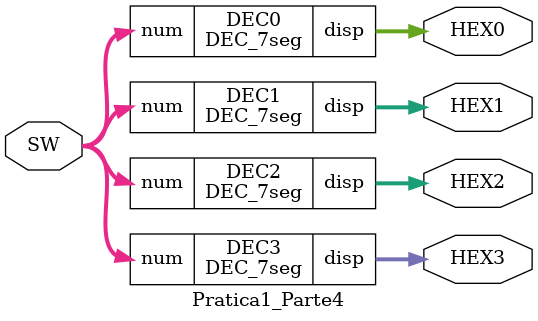
<source format=v>
module DEC_7seg (num, disp);
	input [2:0] num;
	output [7:0] disp;
	
	
	assign disp[0]= ~(~num[0]&~num[1]&~num[2] | num[0]&~num[1]&~num[2]);
	assign disp[1]= ~(~num[2]);
	assign disp[2]= ~(~num[2]);
	assign disp[3]= ~(num[0]&~num[1]&~num[2] | ~num[0]&num[1]&~num[2] | num[0]&num[1]&~num[2]);
	assign disp[4]= ~(~num[0]&~num[1]&~num[2] | num[0]&num[1]&~num[2]);
	assign disp[5]= ~(~num[0]&~num[1]&~num[2] | num[0]&num[1]&~num[2]);
	assign disp[6]= ~(num[0]&~num[1]&~num[2] | num[0]&num[1]&~num[2]);

endmodule


module Pratica1_Parte4 (SW,HEX0,HEX1,HEX2,HEX3);
	input [2:0] SW;
	output [7:0] HEX0,HEX1,HEX2,HEX3;
	
	DEC_7seg DEC3 ({2'b0,SW[2:0]},HEX3);
	DEC_7seg DEC2 ({2'b0,SW[2:0]},HEX2);
	DEC_7seg DEC1 ({2'b0,SW[2:0]},HEX1);
	DEC_7seg DEC0 ({2'b0,SW[2:0]},HEX0);
	
endmodule

</source>
